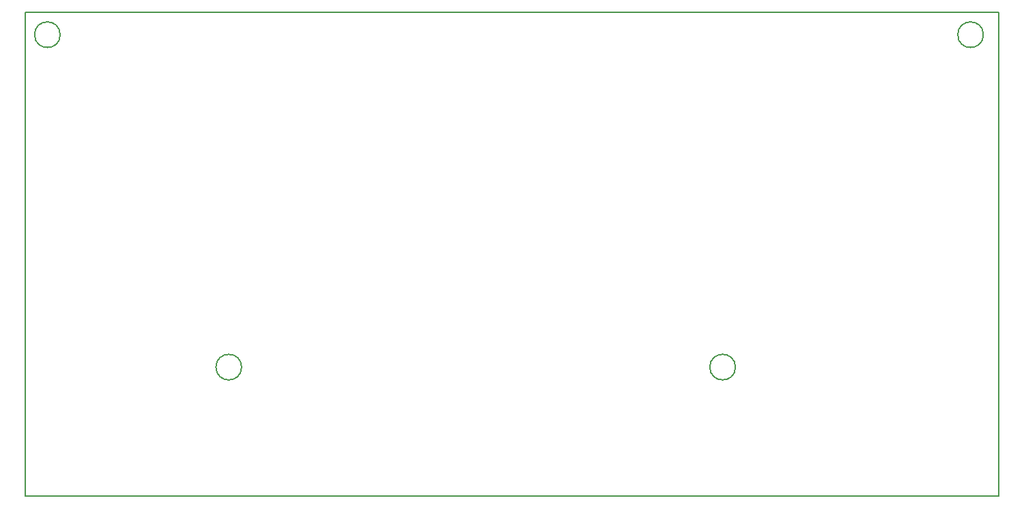
<source format=gbr>
%TF.GenerationSoftware,KiCad,Pcbnew,8.0.0*%
%TF.CreationDate,2024-03-06T11:07:10-06:00*%
%TF.ProjectId,ESP32-S3 Weather Station V2,45535033-322d-4533-9320-576561746865,rev?*%
%TF.SameCoordinates,Original*%
%TF.FileFunction,Profile,NP*%
%FSLAX46Y46*%
G04 Gerber Fmt 4.6, Leading zero omitted, Abs format (unit mm)*
G04 Created by KiCad (PCBNEW 8.0.0) date 2024-03-06 11:07:10*
%MOMM*%
%LPD*%
G01*
G04 APERTURE LIST*
%TA.AperFunction,Profile*%
%ADD10C,0.200000*%
%TD*%
G04 APERTURE END LIST*
D10*
X100000000Y-50000000D02*
X220750000Y-50000000D01*
X220750000Y-110000000D01*
X100000000Y-110000000D01*
X100000000Y-50000000D01*
X188087500Y-94000000D02*
G75*
G02*
X184912500Y-94000000I-1587500J0D01*
G01*
X184912500Y-94000000D02*
G75*
G02*
X188087500Y-94000000I1587500J0D01*
G01*
X104337500Y-52750000D02*
G75*
G02*
X101162500Y-52750000I-1587500J0D01*
G01*
X101162500Y-52750000D02*
G75*
G02*
X104337500Y-52750000I1587500J0D01*
G01*
X218837500Y-52750000D02*
G75*
G02*
X215662500Y-52750000I-1587500J0D01*
G01*
X215662500Y-52750000D02*
G75*
G02*
X218837500Y-52750000I1587500J0D01*
G01*
X126837500Y-94000000D02*
G75*
G02*
X123662500Y-94000000I-1587500J0D01*
G01*
X123662500Y-94000000D02*
G75*
G02*
X126837500Y-94000000I1587500J0D01*
G01*
M02*

</source>
